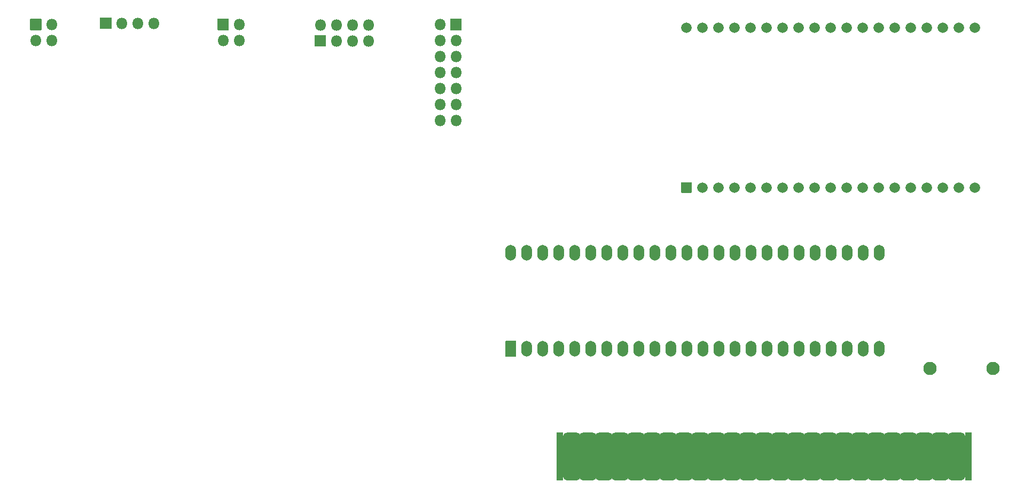
<source format=gbr>
G04 #@! TF.GenerationSoftware,KiCad,Pcbnew,5.1.10-88a1d61d58~88~ubuntu18.04.1*
G04 #@! TF.CreationDate,2021-08-07T15:14:50-07:00*
G04 #@! TF.ProjectId,apple2idiot_new,6170706c-6532-4696-9469-6f745f6e6577,1.1*
G04 #@! TF.SameCoordinates,Original*
G04 #@! TF.FileFunction,Soldermask,Top*
G04 #@! TF.FilePolarity,Negative*
%FSLAX46Y46*%
G04 Gerber Fmt 4.6, Leading zero omitted, Abs format (unit mm)*
G04 Created by KiCad (PCBNEW 5.1.10-88a1d61d58~88~ubuntu18.04.1) date 2021-08-07 15:14:50*
%MOMM*%
%LPD*%
G01*
G04 APERTURE LIST*
%ADD10C,0.100000*%
%ADD11C,1.662000*%
%ADD12O,1.702000X2.502000*%
%ADD13O,1.802000X1.802000*%
%ADD14C,2.102000*%
G04 APERTURE END LIST*
D10*
G36*
X167857000Y-124690000D02*
G01*
X167857000Y-132310000D01*
X168873000Y-132310000D01*
X168873000Y-124690000D01*
X167857000Y-124690000D01*
G37*
G36*
X233643000Y-124690000D02*
G01*
X232627000Y-124690000D01*
X232627000Y-132310000D01*
X233643000Y-132310000D01*
X233643000Y-124690000D01*
G37*
G36*
X167857000Y-124690000D02*
G01*
X167857000Y-132310000D01*
X168873000Y-132310000D01*
X168873000Y-124690000D01*
X167857000Y-124690000D01*
G37*
G36*
X233643000Y-124690000D02*
G01*
X232627000Y-124690000D01*
X232627000Y-132310000D01*
X233643000Y-132310000D01*
X233643000Y-124690000D01*
G37*
D11*
X234160000Y-60400000D03*
X231620000Y-60400000D03*
X229080000Y-60400000D03*
X226540000Y-60400000D03*
X224000000Y-60400000D03*
X221460000Y-60400000D03*
X218920000Y-60400000D03*
X216380000Y-60400000D03*
X213840000Y-60400000D03*
X211300000Y-60400000D03*
X208760000Y-60400000D03*
X206220000Y-60400000D03*
X203680000Y-60400000D03*
X201140000Y-60400000D03*
X198600000Y-60400000D03*
X196060000Y-60400000D03*
X193520000Y-60400000D03*
X190980000Y-60400000D03*
X188440000Y-60400000D03*
X231620000Y-85800000D03*
X229080000Y-85800000D03*
X226540000Y-85800000D03*
X224000000Y-85800000D03*
X221460000Y-85800000D03*
X218920000Y-85800000D03*
X216380000Y-85800000D03*
X213840000Y-85800000D03*
X211300000Y-85800000D03*
X208760000Y-85800000D03*
X206220000Y-85800000D03*
X203680000Y-85800000D03*
X201140000Y-85800000D03*
X198600000Y-85800000D03*
X196060000Y-85800000D03*
X193520000Y-85800000D03*
X234160000Y-85800000D03*
X190980000Y-85800000D03*
G36*
G01*
X189220000Y-86631000D02*
X187660000Y-86631000D01*
G75*
G02*
X187609000Y-86580000I0J51000D01*
G01*
X187609000Y-85020000D01*
G75*
G02*
X187660000Y-84969000I51000J0D01*
G01*
X189220000Y-84969000D01*
G75*
G02*
X189271000Y-85020000I0J-51000D01*
G01*
X189271000Y-86580000D01*
G75*
G02*
X189220000Y-86631000I-51000J0D01*
G01*
G37*
D12*
X160600000Y-96160000D03*
X219020000Y-111400000D03*
X163140000Y-96160000D03*
X216480000Y-111400000D03*
X165680000Y-96160000D03*
X213940000Y-111400000D03*
X168220000Y-96160000D03*
X211400000Y-111400000D03*
X170760000Y-96160000D03*
X208860000Y-111400000D03*
X173300000Y-96160000D03*
X206320000Y-111400000D03*
X175840000Y-96160000D03*
X203780000Y-111400000D03*
X178380000Y-96160000D03*
X201240000Y-111400000D03*
X180920000Y-96160000D03*
X198700000Y-111400000D03*
X183460000Y-96160000D03*
X196160000Y-111400000D03*
X186000000Y-96160000D03*
X193620000Y-111400000D03*
X188540000Y-96160000D03*
X191080000Y-111400000D03*
X191080000Y-96160000D03*
X188540000Y-111400000D03*
X193620000Y-96160000D03*
X186000000Y-111400000D03*
X196160000Y-96160000D03*
X183460000Y-111400000D03*
X198700000Y-96160000D03*
X180920000Y-111400000D03*
X201240000Y-96160000D03*
X178380000Y-111400000D03*
X203780000Y-96160000D03*
X175840000Y-111400000D03*
X206320000Y-96160000D03*
X173300000Y-111400000D03*
X208860000Y-96160000D03*
X170760000Y-111400000D03*
X211400000Y-96160000D03*
X168220000Y-111400000D03*
X213940000Y-96160000D03*
X165680000Y-111400000D03*
X216480000Y-96160000D03*
X163140000Y-111400000D03*
X219020000Y-96160000D03*
G36*
G01*
X161400000Y-112651000D02*
X159800000Y-112651000D01*
G75*
G02*
X159749000Y-112600000I0J51000D01*
G01*
X159749000Y-110200000D01*
G75*
G02*
X159800000Y-110149000I51000J0D01*
G01*
X161400000Y-110149000D01*
G75*
G02*
X161451000Y-110200000I0J-51000D01*
G01*
X161451000Y-112600000D01*
G75*
G02*
X161400000Y-112651000I-51000J0D01*
G01*
G37*
D13*
X149360000Y-75140000D03*
X151900000Y-75140000D03*
X149360000Y-72600000D03*
X151900000Y-72600000D03*
X149360000Y-70060000D03*
X151900000Y-70060000D03*
X149360000Y-67520000D03*
X151900000Y-67520000D03*
X149360000Y-64980000D03*
X151900000Y-64980000D03*
X149360000Y-62440000D03*
X151900000Y-62440000D03*
X149360000Y-59900000D03*
G36*
G01*
X150999000Y-60750000D02*
X150999000Y-59050000D01*
G75*
G02*
X151050000Y-58999000I51000J0D01*
G01*
X152750000Y-58999000D01*
G75*
G02*
X152801000Y-59050000I0J-51000D01*
G01*
X152801000Y-60750000D01*
G75*
G02*
X152750000Y-60801000I-51000J0D01*
G01*
X151050000Y-60801000D01*
G75*
G02*
X150999000Y-60750000I0J51000D01*
G01*
G37*
X138020000Y-59960000D03*
X138020000Y-62500000D03*
X135480000Y-59960000D03*
X135480000Y-62500000D03*
X132940000Y-59960000D03*
X132940000Y-62500000D03*
X130400000Y-59960000D03*
G36*
G01*
X131250000Y-63401000D02*
X129550000Y-63401000D01*
G75*
G02*
X129499000Y-63350000I0J51000D01*
G01*
X129499000Y-61650000D01*
G75*
G02*
X129550000Y-61599000I51000J0D01*
G01*
X131250000Y-61599000D01*
G75*
G02*
X131301000Y-61650000I0J-51000D01*
G01*
X131301000Y-63350000D01*
G75*
G02*
X131250000Y-63401000I-51000J0D01*
G01*
G37*
X117540000Y-62440000D03*
X115000000Y-62440000D03*
X117540000Y-59900000D03*
G36*
G01*
X114099000Y-60750000D02*
X114099000Y-59050000D01*
G75*
G02*
X114150000Y-58999000I51000J0D01*
G01*
X115850000Y-58999000D01*
G75*
G02*
X115901000Y-59050000I0J-51000D01*
G01*
X115901000Y-60750000D01*
G75*
G02*
X115850000Y-60801000I-51000J0D01*
G01*
X114150000Y-60801000D01*
G75*
G02*
X114099000Y-60750000I0J51000D01*
G01*
G37*
X104020000Y-59700000D03*
X101480000Y-59700000D03*
X98940000Y-59700000D03*
G36*
G01*
X97250000Y-60601000D02*
X95550000Y-60601000D01*
G75*
G02*
X95499000Y-60550000I0J51000D01*
G01*
X95499000Y-58850000D01*
G75*
G02*
X95550000Y-58799000I51000J0D01*
G01*
X97250000Y-58799000D01*
G75*
G02*
X97301000Y-58850000I0J-51000D01*
G01*
X97301000Y-60550000D01*
G75*
G02*
X97250000Y-60601000I-51000J0D01*
G01*
G37*
X87840000Y-62440000D03*
X85300000Y-62440000D03*
X87840000Y-59900000D03*
G36*
G01*
X84399000Y-60750000D02*
X84399000Y-59050000D01*
G75*
G02*
X84450000Y-58999000I51000J0D01*
G01*
X86150000Y-58999000D01*
G75*
G02*
X86201000Y-59050000I0J-51000D01*
G01*
X86201000Y-60750000D01*
G75*
G02*
X86150000Y-60801000I-51000J0D01*
G01*
X84450000Y-60801000D01*
G75*
G02*
X84399000Y-60750000I0J51000D01*
G01*
G37*
G36*
G01*
X229833000Y-131675000D02*
X229833000Y-125325000D01*
G75*
G02*
X230468000Y-124690000I635000J0D01*
G01*
X231992000Y-124690000D01*
G75*
G02*
X232627000Y-125325000I0J-635000D01*
G01*
X232627000Y-131675000D01*
G75*
G02*
X231992000Y-132310000I-635000J0D01*
G01*
X230468000Y-132310000D01*
G75*
G02*
X229833000Y-131675000I0J635000D01*
G01*
G37*
G36*
G01*
X227293000Y-131675000D02*
X227293000Y-125325000D01*
G75*
G02*
X227928000Y-124690000I635000J0D01*
G01*
X229452000Y-124690000D01*
G75*
G02*
X230087000Y-125325000I0J-635000D01*
G01*
X230087000Y-131675000D01*
G75*
G02*
X229452000Y-132310000I-635000J0D01*
G01*
X227928000Y-132310000D01*
G75*
G02*
X227293000Y-131675000I0J635000D01*
G01*
G37*
G36*
G01*
X224753000Y-131675000D02*
X224753000Y-125325000D01*
G75*
G02*
X225388000Y-124690000I635000J0D01*
G01*
X226912000Y-124690000D01*
G75*
G02*
X227547000Y-125325000I0J-635000D01*
G01*
X227547000Y-131675000D01*
G75*
G02*
X226912000Y-132310000I-635000J0D01*
G01*
X225388000Y-132310000D01*
G75*
G02*
X224753000Y-131675000I0J635000D01*
G01*
G37*
G36*
G01*
X222213000Y-131675000D02*
X222213000Y-125325000D01*
G75*
G02*
X222848000Y-124690000I635000J0D01*
G01*
X224372000Y-124690000D01*
G75*
G02*
X225007000Y-125325000I0J-635000D01*
G01*
X225007000Y-131675000D01*
G75*
G02*
X224372000Y-132310000I-635000J0D01*
G01*
X222848000Y-132310000D01*
G75*
G02*
X222213000Y-131675000I0J635000D01*
G01*
G37*
G36*
G01*
X219673000Y-131675000D02*
X219673000Y-125325000D01*
G75*
G02*
X220308000Y-124690000I635000J0D01*
G01*
X221832000Y-124690000D01*
G75*
G02*
X222467000Y-125325000I0J-635000D01*
G01*
X222467000Y-131675000D01*
G75*
G02*
X221832000Y-132310000I-635000J0D01*
G01*
X220308000Y-132310000D01*
G75*
G02*
X219673000Y-131675000I0J635000D01*
G01*
G37*
G36*
G01*
X217133000Y-131675000D02*
X217133000Y-125325000D01*
G75*
G02*
X217768000Y-124690000I635000J0D01*
G01*
X219292000Y-124690000D01*
G75*
G02*
X219927000Y-125325000I0J-635000D01*
G01*
X219927000Y-131675000D01*
G75*
G02*
X219292000Y-132310000I-635000J0D01*
G01*
X217768000Y-132310000D01*
G75*
G02*
X217133000Y-131675000I0J635000D01*
G01*
G37*
G36*
G01*
X214593000Y-131675000D02*
X214593000Y-125325000D01*
G75*
G02*
X215228000Y-124690000I635000J0D01*
G01*
X216752000Y-124690000D01*
G75*
G02*
X217387000Y-125325000I0J-635000D01*
G01*
X217387000Y-131675000D01*
G75*
G02*
X216752000Y-132310000I-635000J0D01*
G01*
X215228000Y-132310000D01*
G75*
G02*
X214593000Y-131675000I0J635000D01*
G01*
G37*
G36*
G01*
X212053000Y-131675000D02*
X212053000Y-125325000D01*
G75*
G02*
X212688000Y-124690000I635000J0D01*
G01*
X214212000Y-124690000D01*
G75*
G02*
X214847000Y-125325000I0J-635000D01*
G01*
X214847000Y-131675000D01*
G75*
G02*
X214212000Y-132310000I-635000J0D01*
G01*
X212688000Y-132310000D01*
G75*
G02*
X212053000Y-131675000I0J635000D01*
G01*
G37*
G36*
G01*
X209513000Y-131675000D02*
X209513000Y-125325000D01*
G75*
G02*
X210148000Y-124690000I635000J0D01*
G01*
X211672000Y-124690000D01*
G75*
G02*
X212307000Y-125325000I0J-635000D01*
G01*
X212307000Y-131675000D01*
G75*
G02*
X211672000Y-132310000I-635000J0D01*
G01*
X210148000Y-132310000D01*
G75*
G02*
X209513000Y-131675000I0J635000D01*
G01*
G37*
G36*
G01*
X206973000Y-131675000D02*
X206973000Y-125325000D01*
G75*
G02*
X207608000Y-124690000I635000J0D01*
G01*
X209132000Y-124690000D01*
G75*
G02*
X209767000Y-125325000I0J-635000D01*
G01*
X209767000Y-131675000D01*
G75*
G02*
X209132000Y-132310000I-635000J0D01*
G01*
X207608000Y-132310000D01*
G75*
G02*
X206973000Y-131675000I0J635000D01*
G01*
G37*
G36*
G01*
X204433000Y-131675000D02*
X204433000Y-125325000D01*
G75*
G02*
X205068000Y-124690000I635000J0D01*
G01*
X206592000Y-124690000D01*
G75*
G02*
X207227000Y-125325000I0J-635000D01*
G01*
X207227000Y-131675000D01*
G75*
G02*
X206592000Y-132310000I-635000J0D01*
G01*
X205068000Y-132310000D01*
G75*
G02*
X204433000Y-131675000I0J635000D01*
G01*
G37*
G36*
G01*
X201893000Y-131675000D02*
X201893000Y-125325000D01*
G75*
G02*
X202528000Y-124690000I635000J0D01*
G01*
X204052000Y-124690000D01*
G75*
G02*
X204687000Y-125325000I0J-635000D01*
G01*
X204687000Y-131675000D01*
G75*
G02*
X204052000Y-132310000I-635000J0D01*
G01*
X202528000Y-132310000D01*
G75*
G02*
X201893000Y-131675000I0J635000D01*
G01*
G37*
G36*
G01*
X199353000Y-131675000D02*
X199353000Y-125325000D01*
G75*
G02*
X199988000Y-124690000I635000J0D01*
G01*
X201512000Y-124690000D01*
G75*
G02*
X202147000Y-125325000I0J-635000D01*
G01*
X202147000Y-131675000D01*
G75*
G02*
X201512000Y-132310000I-635000J0D01*
G01*
X199988000Y-132310000D01*
G75*
G02*
X199353000Y-131675000I0J635000D01*
G01*
G37*
G36*
G01*
X196813000Y-131675000D02*
X196813000Y-125325000D01*
G75*
G02*
X197448000Y-124690000I635000J0D01*
G01*
X198972000Y-124690000D01*
G75*
G02*
X199607000Y-125325000I0J-635000D01*
G01*
X199607000Y-131675000D01*
G75*
G02*
X198972000Y-132310000I-635000J0D01*
G01*
X197448000Y-132310000D01*
G75*
G02*
X196813000Y-131675000I0J635000D01*
G01*
G37*
G36*
G01*
X194273000Y-131675000D02*
X194273000Y-125325000D01*
G75*
G02*
X194908000Y-124690000I635000J0D01*
G01*
X196432000Y-124690000D01*
G75*
G02*
X197067000Y-125325000I0J-635000D01*
G01*
X197067000Y-131675000D01*
G75*
G02*
X196432000Y-132310000I-635000J0D01*
G01*
X194908000Y-132310000D01*
G75*
G02*
X194273000Y-131675000I0J635000D01*
G01*
G37*
G36*
G01*
X191733000Y-131675000D02*
X191733000Y-125325000D01*
G75*
G02*
X192368000Y-124690000I635000J0D01*
G01*
X193892000Y-124690000D01*
G75*
G02*
X194527000Y-125325000I0J-635000D01*
G01*
X194527000Y-131675000D01*
G75*
G02*
X193892000Y-132310000I-635000J0D01*
G01*
X192368000Y-132310000D01*
G75*
G02*
X191733000Y-131675000I0J635000D01*
G01*
G37*
G36*
G01*
X189193000Y-131675000D02*
X189193000Y-125325000D01*
G75*
G02*
X189828000Y-124690000I635000J0D01*
G01*
X191352000Y-124690000D01*
G75*
G02*
X191987000Y-125325000I0J-635000D01*
G01*
X191987000Y-131675000D01*
G75*
G02*
X191352000Y-132310000I-635000J0D01*
G01*
X189828000Y-132310000D01*
G75*
G02*
X189193000Y-131675000I0J635000D01*
G01*
G37*
G36*
G01*
X186653000Y-131675000D02*
X186653000Y-125325000D01*
G75*
G02*
X187288000Y-124690000I635000J0D01*
G01*
X188812000Y-124690000D01*
G75*
G02*
X189447000Y-125325000I0J-635000D01*
G01*
X189447000Y-131675000D01*
G75*
G02*
X188812000Y-132310000I-635000J0D01*
G01*
X187288000Y-132310000D01*
G75*
G02*
X186653000Y-131675000I0J635000D01*
G01*
G37*
G36*
G01*
X184113000Y-131675000D02*
X184113000Y-125325000D01*
G75*
G02*
X184748000Y-124690000I635000J0D01*
G01*
X186272000Y-124690000D01*
G75*
G02*
X186907000Y-125325000I0J-635000D01*
G01*
X186907000Y-131675000D01*
G75*
G02*
X186272000Y-132310000I-635000J0D01*
G01*
X184748000Y-132310000D01*
G75*
G02*
X184113000Y-131675000I0J635000D01*
G01*
G37*
G36*
G01*
X181573000Y-131675000D02*
X181573000Y-125325000D01*
G75*
G02*
X182208000Y-124690000I635000J0D01*
G01*
X183732000Y-124690000D01*
G75*
G02*
X184367000Y-125325000I0J-635000D01*
G01*
X184367000Y-131675000D01*
G75*
G02*
X183732000Y-132310000I-635000J0D01*
G01*
X182208000Y-132310000D01*
G75*
G02*
X181573000Y-131675000I0J635000D01*
G01*
G37*
G36*
G01*
X179033000Y-131675000D02*
X179033000Y-125325000D01*
G75*
G02*
X179668000Y-124690000I635000J0D01*
G01*
X181192000Y-124690000D01*
G75*
G02*
X181827000Y-125325000I0J-635000D01*
G01*
X181827000Y-131675000D01*
G75*
G02*
X181192000Y-132310000I-635000J0D01*
G01*
X179668000Y-132310000D01*
G75*
G02*
X179033000Y-131675000I0J635000D01*
G01*
G37*
G36*
G01*
X176493000Y-131675000D02*
X176493000Y-125325000D01*
G75*
G02*
X177128000Y-124690000I635000J0D01*
G01*
X178652000Y-124690000D01*
G75*
G02*
X179287000Y-125325000I0J-635000D01*
G01*
X179287000Y-131675000D01*
G75*
G02*
X178652000Y-132310000I-635000J0D01*
G01*
X177128000Y-132310000D01*
G75*
G02*
X176493000Y-131675000I0J635000D01*
G01*
G37*
G36*
G01*
X173953000Y-131675000D02*
X173953000Y-125325000D01*
G75*
G02*
X174588000Y-124690000I635000J0D01*
G01*
X176112000Y-124690000D01*
G75*
G02*
X176747000Y-125325000I0J-635000D01*
G01*
X176747000Y-131675000D01*
G75*
G02*
X176112000Y-132310000I-635000J0D01*
G01*
X174588000Y-132310000D01*
G75*
G02*
X173953000Y-131675000I0J635000D01*
G01*
G37*
G36*
G01*
X171413000Y-131675000D02*
X171413000Y-125325000D01*
G75*
G02*
X172048000Y-124690000I635000J0D01*
G01*
X173572000Y-124690000D01*
G75*
G02*
X174207000Y-125325000I0J-635000D01*
G01*
X174207000Y-131675000D01*
G75*
G02*
X173572000Y-132310000I-635000J0D01*
G01*
X172048000Y-132310000D01*
G75*
G02*
X171413000Y-131675000I0J635000D01*
G01*
G37*
G36*
G01*
X168873000Y-131675000D02*
X168873000Y-125325000D01*
G75*
G02*
X169508000Y-124690000I635000J0D01*
G01*
X171032000Y-124690000D01*
G75*
G02*
X171667000Y-125325000I0J-635000D01*
G01*
X171667000Y-131675000D01*
G75*
G02*
X171032000Y-132310000I-635000J0D01*
G01*
X169508000Y-132310000D01*
G75*
G02*
X168873000Y-131675000I0J635000D01*
G01*
G37*
D14*
X237000000Y-114500000D03*
X227000000Y-114500000D03*
M02*

</source>
